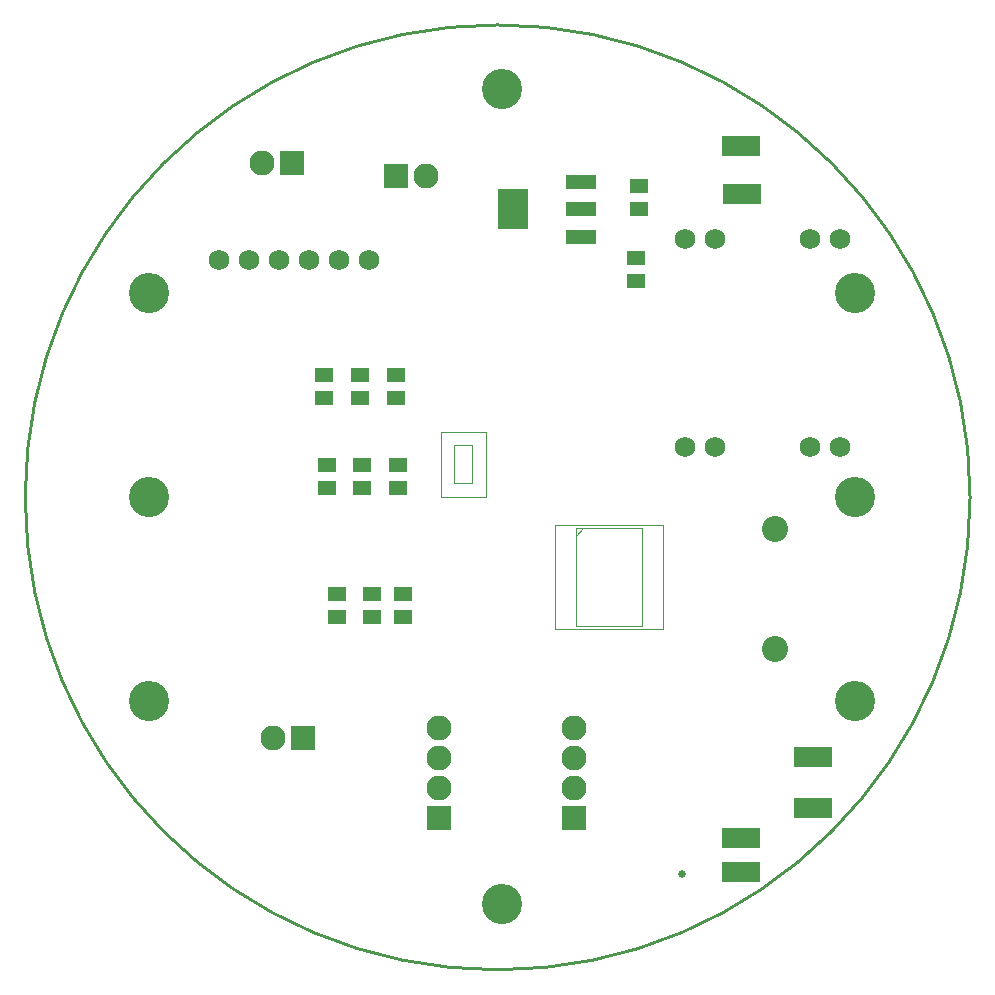
<source format=gbs>
G04*
G04 #@! TF.GenerationSoftware,Altium Limited,Altium Designer,18.1.7 (191)*
G04*
G04 Layer_Color=16711935*
%FSLAX25Y25*%
%MOIN*%
G70*
G01*
G75*
%ADD10C,0.00394*%
%ADD11C,0.01000*%
%ADD14C,0.00197*%
%ADD23C,0.00000*%
%ADD24R,0.06312X0.05131*%
%ADD28R,0.12611X0.06706*%
%ADD32C,0.06800*%
%ADD33C,0.08280*%
%ADD34O,0.08280X0.08280*%
%ADD35R,0.08280X0.08280*%
%ADD36C,0.08280*%
%ADD37R,0.08280X0.08280*%
%ADD38C,0.08674*%
%ADD39C,0.13398*%
%ADD40C,0.02600*%
%ADD52R,0.10249X0.13792*%
%ADD53R,0.10249X0.04737*%
D10*
X429047Y324799D02*
X434953D01*
Y312201D02*
Y324799D01*
X429047Y312201D02*
X434953D01*
X429047D02*
Y324799D01*
X469476Y297339D02*
X491524D01*
Y264661D02*
Y297339D01*
X469476Y264661D02*
X491524D01*
X469476D02*
Y297339D01*
Y294779D02*
X472035Y297339D01*
X424520Y329327D02*
X439480D01*
X424520Y307673D02*
Y329327D01*
Y307673D02*
X439480D01*
Y329327D01*
D11*
X600980Y307500D02*
G03*
X600980Y307500I-157480J0D01*
G01*
D14*
X462488Y298323D02*
X498512D01*
Y263677D02*
Y298323D01*
X462488Y263677D02*
X498512D01*
X462488D02*
Y298323D01*
D23*
X368429Y419000D02*
G03*
X368429Y419000I-3429J0D01*
G01*
X378429D02*
G03*
X378429Y419000I-3429J0D01*
G01*
X371929Y227311D02*
G03*
X371929Y227311I-3429J0D01*
G01*
X381929D02*
G03*
X381929Y227311I-3429J0D01*
G01*
X422929Y414500D02*
G03*
X422929Y414500I-3429J0D01*
G01*
X412929D02*
G03*
X412929Y414500I-3429J0D01*
G01*
D24*
X490500Y403563D02*
D03*
Y411437D02*
D03*
X489500Y387437D02*
D03*
Y379563D02*
D03*
X410220Y318437D02*
D03*
Y310563D02*
D03*
X412000Y275437D02*
D03*
Y267563D02*
D03*
X401500Y275437D02*
D03*
Y267563D02*
D03*
X390000Y275437D02*
D03*
Y267563D02*
D03*
X398220Y318437D02*
D03*
Y310563D02*
D03*
X386720Y318437D02*
D03*
Y310563D02*
D03*
X409500Y348437D02*
D03*
Y340563D02*
D03*
X397500Y348437D02*
D03*
Y340563D02*
D03*
X385500Y348437D02*
D03*
Y340563D02*
D03*
D28*
X524502Y182501D02*
D03*
Y194000D02*
D03*
X524500Y424500D02*
D03*
X548500Y221000D02*
D03*
X525000Y408500D02*
D03*
X548500Y204000D02*
D03*
D32*
X557520Y324209D02*
D03*
X547520D02*
D03*
X516024D02*
D03*
X506024D02*
D03*
X557520Y393500D02*
D03*
X547520D02*
D03*
X516024D02*
D03*
X506024D02*
D03*
X400500Y386500D02*
D03*
X390500D02*
D03*
X350500D02*
D03*
X360500D02*
D03*
X370500D02*
D03*
X380500D02*
D03*
D33*
X469110Y230500D02*
D03*
X423937D02*
D03*
D34*
X469110Y220500D02*
D03*
Y210500D02*
D03*
X423937Y220500D02*
D03*
Y210500D02*
D03*
D35*
X469110Y200500D02*
D03*
X423937D02*
D03*
D36*
X365000Y419000D02*
D03*
X368500Y227311D02*
D03*
X419500Y414500D02*
D03*
D37*
X375000Y419000D02*
D03*
X378500Y227311D02*
D03*
X409500Y414500D02*
D03*
D38*
X536000Y296980D02*
D03*
Y257020D02*
D03*
D39*
X562629Y307500D02*
D03*
X327371Y307673D02*
D03*
X562629Y375587D02*
D03*
Y239760D02*
D03*
X445000Y171846D02*
D03*
Y443500D02*
D03*
X327371Y375587D02*
D03*
Y239760D02*
D03*
D40*
X505000Y182000D02*
D03*
D52*
X448583Y403500D02*
D03*
D53*
X471417Y394445D02*
D03*
Y403500D02*
D03*
Y412555D02*
D03*
M02*

</source>
